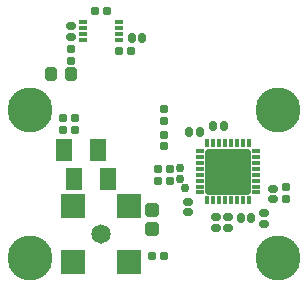
<source format=gbr>
%TF.GenerationSoftware,Altium Limited,Altium Designer,20.1.12 (249)*%
G04 Layer_Color=16711935*
%FSLAX45Y45*%
%MOMM*%
%TF.SameCoordinates,27206DED-D720-4121-B7EB-46A740E941A3*%
%TF.FilePolarity,Negative*%
%TF.FileFunction,Soldermask,Bot*%
%TF.Part,Single*%
G01*
G75*
%TA.AperFunction,SMDPad,CuDef*%
G04:AMPARAMS|DCode=51|XSize=1.02mm|YSize=1.12mm|CornerRadius=0.15mm|HoleSize=0mm|Usage=FLASHONLY|Rotation=0.000|XOffset=0mm|YOffset=0mm|HoleType=Round|Shape=RoundedRectangle|*
%AMROUNDEDRECTD51*
21,1,1.02000,0.82000,0,0,0.0*
21,1,0.72000,1.12000,0,0,0.0*
1,1,0.30000,0.36000,-0.41000*
1,1,0.30000,-0.36000,-0.41000*
1,1,0.30000,-0.36000,0.41000*
1,1,0.30000,0.36000,0.41000*
%
%ADD51ROUNDEDRECTD51*%
G04:AMPARAMS|DCode=52|XSize=0.7mm|YSize=0.6mm|CornerRadius=0.1mm|HoleSize=0mm|Usage=FLASHONLY|Rotation=0.000|XOffset=0mm|YOffset=0mm|HoleType=Round|Shape=RoundedRectangle|*
%AMROUNDEDRECTD52*
21,1,0.70000,0.40000,0,0,0.0*
21,1,0.50000,0.60000,0,0,0.0*
1,1,0.20000,0.25000,-0.20000*
1,1,0.20000,-0.25000,-0.20000*
1,1,0.20000,-0.25000,0.20000*
1,1,0.20000,0.25000,0.20000*
%
%ADD52ROUNDEDRECTD52*%
G04:AMPARAMS|DCode=53|XSize=0.74mm|YSize=0.39mm|CornerRadius=0.095mm|HoleSize=0mm|Usage=FLASHONLY|Rotation=180.000|XOffset=0mm|YOffset=0mm|HoleType=Round|Shape=RoundedRectangle|*
%AMROUNDEDRECTD53*
21,1,0.74000,0.20000,0,0,180.0*
21,1,0.55000,0.39000,0,0,180.0*
1,1,0.19000,-0.27500,0.10000*
1,1,0.19000,0.27500,0.10000*
1,1,0.19000,0.27500,-0.10000*
1,1,0.19000,-0.27500,-0.10000*
%
%ADD53ROUNDEDRECTD53*%
G04:AMPARAMS|DCode=54|XSize=0.74mm|YSize=0.39mm|CornerRadius=0.095mm|HoleSize=0mm|Usage=FLASHONLY|Rotation=90.000|XOffset=0mm|YOffset=0mm|HoleType=Round|Shape=RoundedRectangle|*
%AMROUNDEDRECTD54*
21,1,0.74000,0.20000,0,0,90.0*
21,1,0.55000,0.39000,0,0,90.0*
1,1,0.19000,0.10000,0.27500*
1,1,0.19000,0.10000,-0.27500*
1,1,0.19000,-0.10000,-0.27500*
1,1,0.19000,-0.10000,0.27500*
%
%ADD54ROUNDEDRECTD54*%
G04:AMPARAMS|DCode=55|XSize=3.84mm|YSize=3.84mm|CornerRadius=0.1625mm|HoleSize=0mm|Usage=FLASHONLY|Rotation=180.000|XOffset=0mm|YOffset=0mm|HoleType=Round|Shape=RoundedRectangle|*
%AMROUNDEDRECTD55*
21,1,3.84000,3.51500,0,0,180.0*
21,1,3.51500,3.84000,0,0,180.0*
1,1,0.32500,-1.75750,1.75750*
1,1,0.32500,1.75750,1.75750*
1,1,0.32500,1.75750,-1.75750*
1,1,0.32500,-1.75750,-1.75750*
%
%ADD55ROUNDEDRECTD55*%
%ADD56O,0.77000X0.42000*%
%ADD57R,2.02500X2.02500*%
%ADD58C,1.64000*%
%ADD59C,0.75500*%
G04:AMPARAMS|DCode=60|XSize=0.7mm|YSize=0.6mm|CornerRadius=0.1mm|HoleSize=0mm|Usage=FLASHONLY|Rotation=270.000|XOffset=0mm|YOffset=0mm|HoleType=Round|Shape=RoundedRectangle|*
%AMROUNDEDRECTD60*
21,1,0.70000,0.40000,0,0,270.0*
21,1,0.50000,0.60000,0,0,270.0*
1,1,0.20000,-0.20000,-0.25000*
1,1,0.20000,-0.20000,0.25000*
1,1,0.20000,0.20000,0.25000*
1,1,0.20000,0.20000,-0.25000*
%
%ADD60ROUNDEDRECTD60*%
G04:AMPARAMS|DCode=61|XSize=0.62mm|YSize=0.77mm|CornerRadius=0.11mm|HoleSize=0mm|Usage=FLASHONLY|Rotation=180.000|XOffset=0mm|YOffset=0mm|HoleType=Round|Shape=RoundedRectangle|*
%AMROUNDEDRECTD61*
21,1,0.62000,0.55000,0,0,180.0*
21,1,0.40000,0.77000,0,0,180.0*
1,1,0.22000,-0.20000,0.27500*
1,1,0.22000,0.20000,0.27500*
1,1,0.22000,0.20000,-0.27500*
1,1,0.22000,-0.20000,-0.27500*
%
%ADD61ROUNDEDRECTD61*%
G04:AMPARAMS|DCode=62|XSize=0.62mm|YSize=0.77mm|CornerRadius=0.11mm|HoleSize=0mm|Usage=FLASHONLY|Rotation=90.000|XOffset=0mm|YOffset=0mm|HoleType=Round|Shape=RoundedRectangle|*
%AMROUNDEDRECTD62*
21,1,0.62000,0.55000,0,0,90.0*
21,1,0.40000,0.77000,0,0,90.0*
1,1,0.22000,0.27500,0.20000*
1,1,0.22000,0.27500,-0.20000*
1,1,0.22000,-0.27500,-0.20000*
1,1,0.22000,-0.27500,0.20000*
%
%ADD62ROUNDEDRECTD62*%
G04:AMPARAMS|DCode=63|XSize=1.92mm|YSize=1.42mm|CornerRadius=0.19mm|HoleSize=0mm|Usage=FLASHONLY|Rotation=90.000|XOffset=0mm|YOffset=0mm|HoleType=Round|Shape=RoundedRectangle|*
%AMROUNDEDRECTD63*
21,1,1.92000,1.04000,0,0,90.0*
21,1,1.54000,1.42000,0,0,90.0*
1,1,0.38000,0.52000,0.77000*
1,1,0.38000,0.52000,-0.77000*
1,1,0.38000,-0.52000,-0.77000*
1,1,0.38000,-0.52000,0.77000*
%
%ADD63ROUNDEDRECTD63*%
G04:AMPARAMS|DCode=64|XSize=1.12mm|YSize=1.12mm|CornerRadius=0.16mm|HoleSize=0mm|Usage=FLASHONLY|Rotation=0.000|XOffset=0mm|YOffset=0mm|HoleType=Round|Shape=RoundedRectangle|*
%AMROUNDEDRECTD64*
21,1,1.12000,0.80000,0,0,0.0*
21,1,0.80000,1.12000,0,0,0.0*
1,1,0.32000,0.40000,-0.40000*
1,1,0.32000,-0.40000,-0.40000*
1,1,0.32000,-0.40000,0.40000*
1,1,0.32000,0.40000,0.40000*
%
%ADD64ROUNDEDRECTD64*%
%TA.AperFunction,WasherPad*%
%ADD65C,3.80000*%
D51*
X547500Y1757500D02*
D03*
X377500D02*
D03*
D52*
X580000Y1282500D02*
D03*
X480000D02*
D03*
X480000Y1382500D02*
D03*
X580000D02*
D03*
X955000Y1952500D02*
D03*
X1055000D02*
D03*
X750000Y2287500D02*
D03*
X850000D02*
D03*
X1385000Y952500D02*
D03*
X1285000D02*
D03*
X1285000Y852500D02*
D03*
X1385000D02*
D03*
X1332500Y212500D02*
D03*
X1232500D02*
D03*
D53*
X2117500Y1102500D02*
D03*
Y1052500D02*
D03*
Y1002500D02*
D03*
Y952500D02*
D03*
Y902500D02*
D03*
Y852500D02*
D03*
Y802500D02*
D03*
Y752500D02*
D03*
X1637500D02*
D03*
Y802500D02*
D03*
Y852500D02*
D03*
Y902500D02*
D03*
Y952500D02*
D03*
Y1002500D02*
D03*
Y1052500D02*
D03*
Y1102500D02*
D03*
D54*
X2052500Y687500D02*
D03*
X2002500D02*
D03*
X1952500D02*
D03*
X1902500D02*
D03*
X1852500D02*
D03*
X1802500D02*
D03*
X1752500D02*
D03*
X1702500D02*
D03*
Y1167500D02*
D03*
X1752500D02*
D03*
X1802500D02*
D03*
X1852500D02*
D03*
X1902500D02*
D03*
X1952500D02*
D03*
X2002500D02*
D03*
X2052500D02*
D03*
D55*
X1877500Y927500D02*
D03*
D56*
X955000Y2192500D02*
D03*
Y2142500D02*
D03*
Y2092499D02*
D03*
Y2042500D02*
D03*
X650000Y2192500D02*
D03*
Y2142500D02*
D03*
Y2092499D02*
D03*
Y2042500D02*
D03*
D57*
X562500Y637500D02*
D03*
X1037500D02*
D03*
X562500Y162500D02*
D03*
X1037500D02*
D03*
D58*
X800000Y400000D02*
D03*
D59*
X1475000Y867500D02*
D03*
Y960000D02*
D03*
X1512500Y790000D02*
D03*
D60*
X1332500Y1242500D02*
D03*
Y1142500D02*
D03*
X1332500Y1355000D02*
D03*
Y1455000D02*
D03*
X2367500Y700000D02*
D03*
Y800000D02*
D03*
X547500Y1965000D02*
D03*
Y1865000D02*
D03*
D61*
X2075000Y540000D02*
D03*
X1985000D02*
D03*
X1842500Y1315000D02*
D03*
X1752500D02*
D03*
X1547500Y1267500D02*
D03*
X1637500D02*
D03*
X1152500Y2062500D02*
D03*
X1062500D02*
D03*
D62*
X1537500Y585000D02*
D03*
Y675000D02*
D03*
X2262500Y695000D02*
D03*
Y785000D02*
D03*
X2185000Y485000D02*
D03*
Y575000D02*
D03*
X545000Y2162500D02*
D03*
Y2072500D02*
D03*
X1780000Y545000D02*
D03*
Y455000D02*
D03*
X1875001Y545000D02*
D03*
Y455000D02*
D03*
D63*
X780000Y1115000D02*
D03*
X490001D02*
D03*
X865000Y867500D02*
D03*
X575000D02*
D03*
D64*
X1232500Y600000D02*
D03*
Y440000D02*
D03*
D65*
X200000Y1450000D02*
D03*
X2300000D02*
D03*
Y200000D02*
D03*
X200000D02*
D03*
%TF.MD5,a8da74e89e702a9b292f3ca52706ad65*%
M02*

</source>
